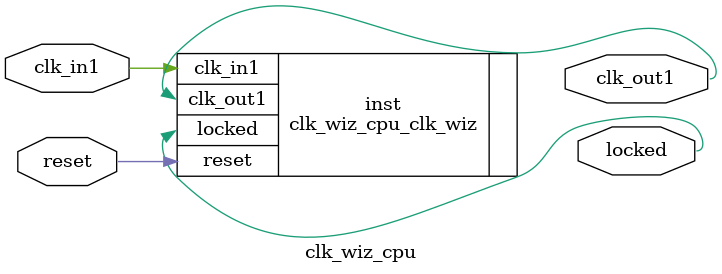
<source format=v>


`timescale 1ps/1ps

(* CORE_GENERATION_INFO = "clk_wiz_cpu,clk_wiz_v6_0_6_0_0,{component_name=clk_wiz_cpu,use_phase_alignment=true,use_min_o_jitter=false,use_max_i_jitter=false,use_dyn_phase_shift=false,use_inclk_switchover=false,use_dyn_reconfig=false,enable_axi=0,feedback_source=FDBK_AUTO,PRIMITIVE=MMCM,num_out_clk=1,clkin1_period=10.000,clkin2_period=10.000,use_power_down=false,use_reset=true,use_locked=true,use_inclk_stopped=false,feedback_type=SINGLE,CLOCK_MGR_TYPE=NA,manual_override=false}" *)

module clk_wiz_cpu 
 (
  // Clock out ports
  output        clk_out1,
  // Status and control signals
  input         reset,
  output        locked,
 // Clock in ports
  input         clk_in1
 );

  clk_wiz_cpu_clk_wiz inst
  (
  // Clock out ports  
  .clk_out1(clk_out1),
  // Status and control signals               
  .reset(reset), 
  .locked(locked),
 // Clock in ports
  .clk_in1(clk_in1)
  );

endmodule

</source>
